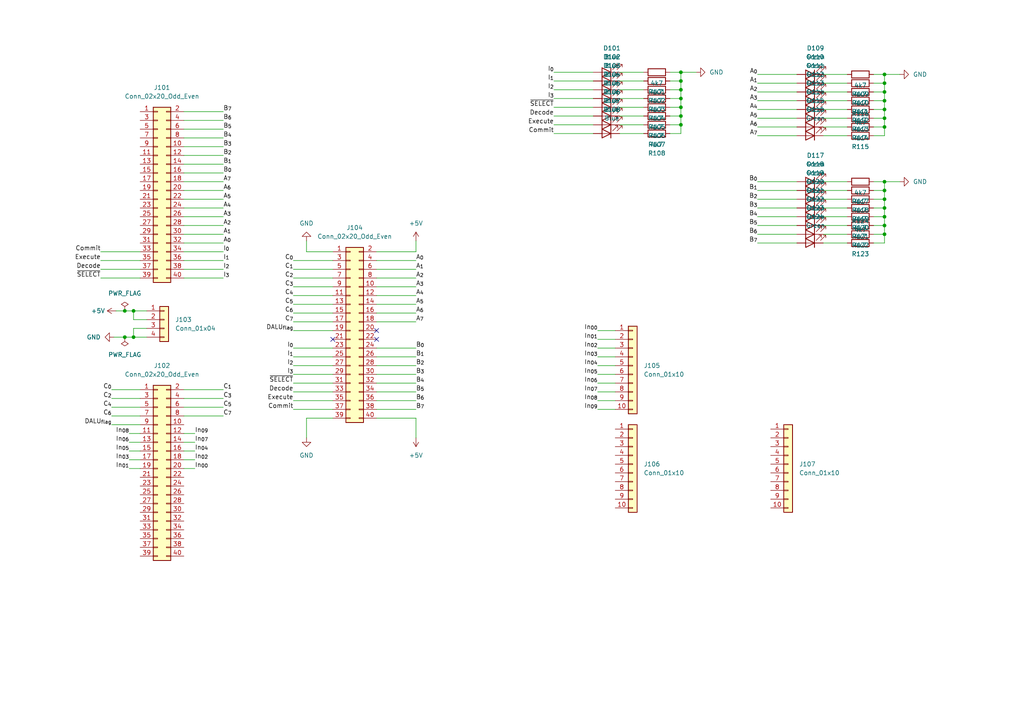
<source format=kicad_sch>
(kicad_sch (version 20211123) (generator eeschema)
  (paper "A4")
  (lib_symbols
    (symbol "Connector_Generic:Conn_01x04" (pin_names (offset 1.016) hide)
      (property "Reference" "J" (at 0 5.08 0))
      (property "Value" "Conn_01x04" (at 0 -7.62 0))
      (symbol "Conn_01x04_1_1"
        (rectangle (start -1.27 -4.953) (end 0 -5.207) (stroke (width 0.1524)))
        (rectangle (start -1.27 -2.413) (end 0 -2.667) (stroke (width 0.1524)))
        (rectangle (start -1.27 0.127) (end 0 -0.127) (stroke (width 0.1524)))
        (rectangle (start -1.27 2.667) (end 0 2.413) (stroke (width 0.1524)))
        (rectangle (start -1.27 3.81) (end 1.27 -6.35) (stroke (width 0.254)) (fill (type background)))
        (pin passive line (at -5.08 2.54 0) (length 3.81) (name "Pin_1") (number "1"))
        (pin passive line (at -5.08 0 0) (length 3.81) (name "Pin_2") (number "2"))
        (pin passive line (at -5.08 -2.54 0) (length 3.81) (name "Pin_3") (number "3"))
        (pin passive line (at -5.08 -5.08 0) (length 3.81) (name "Pin_4") (number "4"))
      )
    )
    (symbol "Connector_Generic:Conn_01x10" (pin_names (offset 1.016) hide)
      (property "Reference" "J" (at 0 12.7 0))
      (property "Value" "Conn_01x10" (at 0 -15.24 0))
      (symbol "Conn_01x10_1_1"
        (rectangle (start -1.27 -12.573) (end 0 -12.827) (stroke (width 0.1524)))
        (rectangle (start -1.27 -10.033) (end 0 -10.287) (stroke (width 0.1524)))
        (rectangle (start -1.27 -7.493) (end 0 -7.747) (stroke (width 0.1524)))
        (rectangle (start -1.27 -4.953) (end 0 -5.207) (stroke (width 0.1524)))
        (rectangle (start -1.27 -2.413) (end 0 -2.667) (stroke (width 0.1524)))
        (rectangle (start -1.27 0.127) (end 0 -0.127) (stroke (width 0.1524)))
        (rectangle (start -1.27 2.667) (end 0 2.413) (stroke (width 0.1524)))
        (rectangle (start -1.27 5.207) (end 0 4.953) (stroke (width 0.1524)))
        (rectangle (start -1.27 7.747) (end 0 7.493) (stroke (width 0.1524)))
        (rectangle (start -1.27 10.287) (end 0 10.033) (stroke (width 0.1524)))
        (rectangle (start -1.27 11.43) (end 1.27 -13.97) (stroke (width 0.254)) (fill (type background)))
        (pin passive line (at -5.08 10.16 0) (length 3.81) (name "Pin_1") (number "1"))
        (pin passive line (at -5.08 -12.7 0) (length 3.81) (name "Pin_10") (number "10"))
        (pin passive line (at -5.08 7.62 0) (length 3.81) (name "Pin_2") (number "2"))
        (pin passive line (at -5.08 5.08 0) (length 3.81) (name "Pin_3") (number "3"))
        (pin passive line (at -5.08 2.54 0) (length 3.81) (name "Pin_4") (number "4"))
        (pin passive line (at -5.08 0 0) (length 3.81) (name "Pin_5") (number "5"))
        (pin passive line (at -5.08 -2.54 0) (length 3.81) (name "Pin_6") (number "6"))
        (pin passive line (at -5.08 -5.08 0) (length 3.81) (name "Pin_7") (number "7"))
        (pin passive line (at -5.08 -7.62 0) (length 3.81) (name "Pin_8") (number "8"))
        (pin passive line (at -5.08 -10.16 0) (length 3.81) (name "Pin_9") (number "9"))
      )
    )
    (symbol "Connector_Generic:Conn_02x20_Odd_Even" (pin_names (offset 1.016) hide)
      (property "Reference" "J" (at 1.27 25.4 0))
      (property "Value" "Conn_02x20_Odd_Even" (at 1.27 -27.94 0))
      (symbol "Conn_02x20_Odd_Even_1_1"
        (rectangle (start -1.27 -25.273) (end 0 -25.527) (stroke (width 0.1524)))
        (rectangle (start -1.27 -22.733) (end 0 -22.987) (stroke (width 0.1524)))
        (rectangle (start -1.27 -20.193) (end 0 -20.447) (stroke (width 0.1524)))
        (rectangle (start -1.27 -17.653) (end 0 -17.907) (stroke (width 0.1524)))
        (rectangle (start -1.27 -15.113) (end 0 -15.367) (stroke (width 0.1524)))
        (rectangle (start -1.27 -12.573) (end 0 -12.827) (stroke (width 0.1524)))
        (rectangle (start -1.27 -10.033) (end 0 -10.287) (stroke (width 0.1524)))
        (rectangle (start -1.27 -7.493) (end 0 -7.747) (stroke (width 0.1524)))
        (rectangle (start -1.27 -4.953) (end 0 -5.207) (stroke (width 0.1524)))
        (rectangle (start -1.27 -2.413) (end 0 -2.667) (stroke (width 0.1524)))
        (rectangle (start -1.27 0.127) (end 0 -0.127) (stroke (width 0.1524)))
        (rectangle (start -1.27 2.667) (end 0 2.413) (stroke (width 0.1524)))
        (rectangle (start -1.27 5.207) (end 0 4.953) (stroke (width 0.1524)))
        (rectangle (start -1.27 7.747) (end 0 7.493) (stroke (width 0.1524)))
        (rectangle (start -1.27 10.287) (end 0 10.033) (stroke (width 0.1524)))
        (rectangle (start -1.27 12.827) (end 0 12.573) (stroke (width 0.1524)))
        (rectangle (start -1.27 15.367) (end 0 15.113) (stroke (width 0.1524)))
        (rectangle (start -1.27 17.907) (end 0 17.653) (stroke (width 0.1524)))
        (rectangle (start -1.27 20.447) (end 0 20.193) (stroke (width 0.1524)))
        (rectangle (start -1.27 22.987) (end 0 22.733) (stroke (width 0.1524)))
        (rectangle (start -1.27 24.13) (end 3.81 -26.67) (stroke (width 0.254)) (fill (type background)))
        (rectangle (start 3.81 -25.273) (end 2.54 -25.527) (stroke (width 0.1524)))
        (rectangle (start 3.81 -22.733) (end 2.54 -22.987) (stroke (width 0.1524)))
        (rectangle (start 3.81 -20.193) (end 2.54 -20.447) (stroke (width 0.1524)))
        (rectangle (start 3.81 -17.653) (end 2.54 -17.907) (stroke (width 0.1524)))
        (rectangle (start 3.81 -15.113) (end 2.54 -15.367) (stroke (width 0.1524)))
        (rectangle (start 3.81 -12.573) (end 2.54 -12.827) (stroke (width 0.1524)))
        (rectangle (start 3.81 -10.033) (end 2.54 -10.287) (stroke (width 0.1524)))
        (rectangle (start 3.81 -7.493) (end 2.54 -7.747) (stroke (width 0.1524)))
        (rectangle (start 3.81 -4.953) (end 2.54 -5.207) (stroke (width 0.1524)))
        (rectangle (start 3.81 -2.413) (end 2.54 -2.667) (stroke (width 0.1524)))
        (rectangle (start 3.81 0.127) (end 2.54 -0.127) (stroke (width 0.1524)))
        (rectangle (start 3.81 2.667) (end 2.54 2.413) (stroke (width 0.1524)))
        (rectangle (start 3.81 5.207) (end 2.54 4.953) (stroke (width 0.1524)))
        (rectangle (start 3.81 7.747) (end 2.54 7.493) (stroke (width 0.1524)))
        (rectangle (start 3.81 10.287) (end 2.54 10.033) (stroke (width 0.1524)))
        (rectangle (start 3.81 12.827) (end 2.54 12.573) (stroke (width 0.1524)))
        (rectangle (start 3.81 15.367) (end 2.54 15.113) (stroke (width 0.1524)))
        (rectangle (start 3.81 17.907) (end 2.54 17.653) (stroke (width 0.1524)))
        (rectangle (start 3.81 20.447) (end 2.54 20.193) (stroke (width 0.1524)))
        (rectangle (start 3.81 22.987) (end 2.54 22.733) (stroke (width 0.1524)))
        (pin passive line (at -5.08 22.86 0) (length 3.81) (name "Pin_1") (number "1"))
        (pin passive line (at 7.62 12.7 180) (length 3.81) (name "Pin_10") (number "10"))
        (pin passive line (at -5.08 10.16 0) (length 3.81) (name "Pin_11") (number "11"))
        (pin passive line (at 7.62 10.16 180) (length 3.81) (name "Pin_12") (number "12"))
        (pin passive line (at -5.08 7.62 0) (length 3.81) (name "Pin_13") (number "13"))
        (pin passive line (at 7.62 7.62 180) (length 3.81) (name "Pin_14") (number "14"))
        (pin passive line (at -5.08 5.08 0) (length 3.81) (name "Pin_15") (number "15"))
        (pin passive line (at 7.62 5.08 180) (length 3.81) (name "Pin_16") (number "16"))
        (pin passive line (at -5.08 2.54 0) (length 3.81) (name "Pin_17") (number "17"))
        (pin passive line (at 7.62 2.54 180) (length 3.81) (name "Pin_18") (number "18"))
        (pin passive line (at -5.08 0 0) (length 3.81) (name "Pin_19") (number "19"))
        (pin passive line (at 7.62 22.86 180) (length 3.81) (name "Pin_2") (number "2"))
        (pin passive line (at 7.62 0 180) (length 3.81) (name "Pin_20") (number "20"))
        (pin passive line (at -5.08 -2.54 0) (length 3.81) (name "Pin_21") (number "21"))
        (pin passive line (at 7.62 -2.54 180) (length 3.81) (name "Pin_22") (number "22"))
        (pin passive line (at -5.08 -5.08 0) (length 3.81) (name "Pin_23") (number "23"))
        (pin passive line (at 7.62 -5.08 180) (length 3.81) (name "Pin_24") (number "24"))
        (pin passive line (at -5.08 -7.62 0) (length 3.81) (name "Pin_25") (number "25"))
        (pin passive line (at 7.62 -7.62 180) (length 3.81) (name "Pin_26") (number "26"))
        (pin passive line (at -5.08 -10.16 0) (length 3.81) (name "Pin_27") (number "27"))
        (pin passive line (at 7.62 -10.16 180) (length 3.81) (name "Pin_28") (number "28"))
        (pin passive line (at -5.08 -12.7 0) (length 3.81) (name "Pin_29") (number "29"))
        (pin passive line (at -5.08 20.32 0) (length 3.81) (name "Pin_3") (number "3"))
        (pin passive line (at 7.62 -12.7 180) (length 3.81) (name "Pin_30") (number "30"))
        (pin passive line (at -5.08 -15.24 0) (length 3.81) (name "Pin_31") (number "31"))
        (pin passive line (at 7.62 -15.24 180) (length 3.81) (name "Pin_32") (number "32"))
        (pin passive line (at -5.08 -17.78 0) (length 3.81) (name "Pin_33") (number "33"))
        (pin passive line (at 7.62 -17.78 180) (length 3.81) (name "Pin_34") (number "34"))
        (pin passive line (at -5.08 -20.32 0) (length 3.81) (name "Pin_35") (number "35"))
        (pin passive line (at 7.62 -20.32 180) (length 3.81) (name "Pin_36") (number "36"))
        (pin passive line (at -5.08 -22.86 0) (length 3.81) (name "Pin_37") (number "37"))
        (pin passive line (at 7.62 -22.86 180) (length 3.81) (name "Pin_38") (number "38"))
        (pin passive line (at -5.08 -25.4 0) (length 3.81) (name "Pin_39") (number "39"))
        (pin passive line (at 7.62 20.32 180) (length 3.81) (name "Pin_4") (number "4"))
        (pin passive line (at 7.62 -25.4 180) (length 3.81) (name "Pin_40") (number "40"))
        (pin passive line (at -5.08 17.78 0) (length 3.81) (name "Pin_5") (number "5"))
        (pin passive line (at 7.62 17.78 180) (length 3.81) (name "Pin_6") (number "6"))
        (pin passive line (at -5.08 15.24 0) (length 3.81) (name "Pin_7") (number "7"))
        (pin passive line (at 7.62 15.24 180) (length 3.81) (name "Pin_8") (number "8"))
        (pin passive line (at -5.08 12.7 0) (length 3.81) (name "Pin_9") (number "9"))
      )
    )
    (symbol "Device:LED" (pin_numbers hide) (pin_names (offset 1.016) hide)
      (property "Reference" "D" (at 0 2.54 0))
      (property "Value" "LED" (at 0 -2.54 0))
      (symbol "LED_0_1"
        (polyline (pts (xy -1.27 -1.27) (xy -1.27 1.27)) (stroke (width 0.254)))
        (polyline (pts (xy -1.27 0) (xy 1.27 0)))
        (polyline (pts (xy 1.27 -1.27) (xy 1.27 1.27) (xy -1.27 0) (xy 1.27 -1.27)) (stroke (width 0.254)))
        (polyline (pts (xy -3.048 -0.762) (xy -4.572 -2.286) (xy -3.81 -2.286) (xy -4.572 -2.286) (xy -4.572 -1.524)))
        (polyline (pts (xy -1.778 -0.762) (xy -3.302 -2.286) (xy -2.54 -2.286) (xy -3.302 -2.286) (xy -3.302 -1.524)))
      )
      (symbol "LED_1_1"
        (pin passive line (at -3.81 0 0) (length 2.54) (name "K") (number "1"))
        (pin passive line (at 3.81 0 180) (length 2.54) (name "A") (number "2"))
      )
    )
    (symbol "Device:R" (pin_numbers hide) (pin_names (offset 0))
      (property "Reference" "R" (at 2.032 0 90))
      (property "Value" "R" (at 0 0 90))
      (symbol "R_0_1"
        (rectangle (start -1.016 -2.54) (end 1.016 2.54) (stroke (width 0.254)))
      )
      (symbol "R_1_1"
        (pin passive line (at 0 3.81 270) (length 1.27) (name "~") (number "1"))
        (pin passive line (at 0 -3.81 90) (length 1.27) (name "~") (number "2"))
      )
    )
    (symbol "power:+5V" (power) (pin_names (offset 0))
      (property "Value" "+5V" (at 0 3.556 0))
      (symbol "+5V_0_1"
        (polyline (pts (xy -0.762 1.27) (xy 0 2.54)))
        (polyline (pts (xy 0 0) (xy 0 2.54)))
        (polyline (pts (xy 0 2.54) (xy 0.762 1.27)))
      )
      (symbol "+5V_1_1"
        (pin power_in line (at 0 0 90) (length 0) hide (name "+5V") (number "1"))
      )
    )
    (symbol "power:GND" (power) (pin_names (offset 0))
      (property "Value" "GND" (at 0 -3.81 0))
      (symbol "GND_0_1"
        (polyline (pts (xy 0 0) (xy 0 -1.27) (xy 1.27 -1.27) (xy 0 -2.54) (xy -1.27 -1.27) (xy 0 -1.27)))
      )
      (symbol "GND_1_1"
        (pin power_in line (at 0 0 270) (length 0) hide (name "GND") (number "1"))
      )
    )
    (symbol "power:PWR_FLAG" (power) (pin_numbers hide) (pin_names (offset 0) hide)
      (property "Value" "PWR_FLAG" (at 0 3.81 0))
      (symbol "PWR_FLAG_0_0"
        (pin power_out line (at 0 0 90) (length 0) (name "pwr") (number "1"))
      )
      (symbol "PWR_FLAG_0_1"
        (polyline (pts (xy 0 0) (xy 0 1.27) (xy -1.016 1.905) (xy 0 2.54) (xy 1.016 1.905) (xy 0 1.27)))
      )
    )
  )
  (junction (at 197.485 36.195))
  (junction (at 256.54 26.67))
  (junction (at 197.485 33.655))
  (junction (at 197.485 23.495))
  (junction (at 256.54 67.945))
  (junction (at 256.54 65.405))
  (junction (at 256.54 34.29))
  (junction (at 256.54 60.325))
  (junction (at 38.735 90.17))
  (junction (at 256.54 24.13))
  (junction (at 197.485 20.955))
  (junction (at 36.195 90.17))
  (junction (at 197.485 28.575))
  (junction (at 256.54 29.21))
  (junction (at 256.54 62.865))
  (junction (at 256.54 52.705))
  (junction (at 36.195 97.79))
  (junction (at 256.54 21.59))
  (junction (at 197.485 31.115))
  (junction (at 256.54 57.785))
  (junction (at 256.54 36.83))
  (junction (at 256.54 55.245))
  (junction (at 197.485 26.035))
  (junction (at 38.735 97.79))
  (junction (at 256.54 31.75))
  (no_connect (at 96.52 98.425))
  (no_connect (at 109.22 98.425))
  (no_connect (at 109.22 95.885))
  (wire (pts (xy 173.355 100.965) (xy 178.435 100.965)))
  (wire (pts (xy 37.465 130.81) (xy 40.64 130.81)))
  (wire (pts (xy 40.64 73.025) (xy 29.21 73.025)))
  (wire (pts (xy 32.385 115.57) (xy 40.64 115.57)))
  (wire (pts (xy 96.52 111.125) (xy 85.09 111.125)))
  (wire (pts (xy 109.22 93.345) (xy 120.65 93.345)))
  (wire (pts (xy 53.34 47.625) (xy 64.77 47.625)))
  (wire (pts (xy 53.34 65.405) (xy 64.77 65.405)))
  (wire (pts (xy 96.52 93.345) (xy 85.09 93.345)))
  (wire (pts (xy 256.54 29.21) (xy 256.54 26.67)))
  (wire (pts (xy 172.085 26.035) (xy 160.655 26.035)))
  (wire (pts (xy 32.385 123.19) (xy 40.64 123.19)))
  (wire (pts (xy 256.54 26.67) (xy 256.54 24.13)))
  (wire (pts (xy 109.22 78.105) (xy 120.65 78.105)))
  (wire (pts (xy 194.31 38.735) (xy 197.485 38.735)))
  (wire (pts (xy 33.02 97.79) (xy 36.195 97.79)))
  (wire (pts (xy 53.34 50.165) (xy 64.77 50.165)))
  (wire (pts (xy 53.34 67.945) (xy 64.77 67.945)))
  (wire (pts (xy 53.34 133.35) (xy 56.515 133.35)))
  (wire (pts (xy 238.76 29.21) (xy 245.745 29.21)))
  (wire (pts (xy 179.705 20.955) (xy 186.69 20.955)))
  (wire (pts (xy 253.365 31.75) (xy 256.54 31.75)))
  (wire (pts (xy 96.52 75.565) (xy 85.09 75.565)))
  (wire (pts (xy 231.14 67.945) (xy 219.71 67.945)))
  (wire (pts (xy 194.31 20.955) (xy 197.485 20.955)))
  (wire (pts (xy 256.54 62.865) (xy 256.54 60.325)))
  (wire (pts (xy 109.22 100.965) (xy 120.65 100.965)))
  (wire (pts (xy 179.705 33.655) (xy 186.69 33.655)))
  (wire (pts (xy 179.705 28.575) (xy 186.69 28.575)))
  (wire (pts (xy 53.34 55.245) (xy 64.77 55.245)))
  (wire (pts (xy 231.14 65.405) (xy 219.71 65.405)))
  (wire (pts (xy 172.085 23.495) (xy 160.655 23.495)))
  (wire (pts (xy 109.22 73.025) (xy 120.65 73.025)))
  (wire (pts (xy 253.365 65.405) (xy 256.54 65.405)))
  (wire (pts (xy 253.365 36.83) (xy 256.54 36.83)))
  (wire (pts (xy 253.365 26.67) (xy 256.54 26.67)))
  (wire (pts (xy 179.705 26.035) (xy 186.69 26.035)))
  (wire (pts (xy 238.76 62.865) (xy 245.745 62.865)))
  (wire (pts (xy 231.14 36.83) (xy 219.71 36.83)))
  (wire (pts (xy 33.655 90.17) (xy 36.195 90.17)))
  (wire (pts (xy 109.22 85.725) (xy 120.65 85.725)))
  (wire (pts (xy 172.085 38.735) (xy 160.655 38.735)))
  (wire (pts (xy 231.14 31.75) (xy 219.71 31.75)))
  (wire (pts (xy 253.365 70.485) (xy 256.54 70.485)))
  (wire (pts (xy 256.54 55.245) (xy 256.54 52.705)))
  (wire (pts (xy 197.485 31.115) (xy 197.485 28.575)))
  (wire (pts (xy 231.14 26.67) (xy 219.71 26.67)))
  (wire (pts (xy 40.64 75.565) (xy 29.21 75.565)))
  (wire (pts (xy 194.31 23.495) (xy 197.485 23.495)))
  (wire (pts (xy 231.14 34.29) (xy 219.71 34.29)))
  (wire (pts (xy 253.365 60.325) (xy 256.54 60.325)))
  (wire (pts (xy 53.34 37.465) (xy 64.77 37.465)))
  (wire (pts (xy 109.22 111.125) (xy 120.65 111.125)))
  (wire (pts (xy 253.365 57.785) (xy 256.54 57.785)))
  (wire (pts (xy 53.34 113.03) (xy 64.77 113.03)))
  (wire (pts (xy 194.31 33.655) (xy 197.485 33.655)))
  (wire (pts (xy 96.52 78.105) (xy 85.09 78.105)))
  (wire (pts (xy 173.355 118.745) (xy 178.435 118.745)))
  (wire (pts (xy 238.76 57.785) (xy 245.745 57.785)))
  (wire (pts (xy 38.735 92.71) (xy 38.735 90.17)))
  (wire (pts (xy 256.54 39.37) (xy 256.54 36.83)))
  (wire (pts (xy 253.365 62.865) (xy 256.54 62.865)))
  (wire (pts (xy 179.705 23.495) (xy 186.69 23.495)))
  (wire (pts (xy 53.34 62.865) (xy 64.77 62.865)))
  (wire (pts (xy 109.22 83.185) (xy 120.65 83.185)))
  (wire (pts (xy 53.34 135.89) (xy 56.515 135.89)))
  (wire (pts (xy 238.76 31.75) (xy 245.745 31.75)))
  (wire (pts (xy 109.22 106.045) (xy 120.65 106.045)))
  (wire (pts (xy 36.195 97.79) (xy 38.735 97.79)))
  (wire (pts (xy 53.34 73.025) (xy 64.77 73.025)))
  (wire (pts (xy 173.355 98.425) (xy 178.435 98.425)))
  (wire (pts (xy 253.365 39.37) (xy 256.54 39.37)))
  (wire (pts (xy 53.34 78.105) (xy 64.77 78.105)))
  (wire (pts (xy 256.54 70.485) (xy 256.54 67.945)))
  (wire (pts (xy 173.355 111.125) (xy 178.435 111.125)))
  (wire (pts (xy 238.76 26.67) (xy 245.745 26.67)))
  (wire (pts (xy 96.52 108.585) (xy 85.09 108.585)))
  (wire (pts (xy 253.365 67.945) (xy 256.54 67.945)))
  (wire (pts (xy 179.705 31.115) (xy 186.69 31.115)))
  (wire (pts (xy 96.52 80.645) (xy 85.09 80.645)))
  (wire (pts (xy 53.34 45.085) (xy 64.77 45.085)))
  (wire (pts (xy 253.365 21.59) (xy 256.54 21.59)))
  (wire (pts (xy 231.14 55.245) (xy 219.71 55.245)))
  (wire (pts (xy 120.65 73.025) (xy 120.65 69.85)))
  (wire (pts (xy 32.385 113.03) (xy 40.64 113.03)))
  (wire (pts (xy 120.65 121.285) (xy 120.65 127)))
  (wire (pts (xy 231.14 21.59) (xy 219.71 21.59)))
  (wire (pts (xy 53.34 34.925) (xy 64.77 34.925)))
  (wire (pts (xy 53.34 75.565) (xy 64.77 75.565)))
  (wire (pts (xy 256.54 24.13) (xy 256.54 21.59)))
  (wire (pts (xy 256.54 21.59) (xy 260.985 21.59)))
  (wire (pts (xy 172.085 20.955) (xy 160.655 20.955)))
  (wire (pts (xy 85.09 95.885) (xy 96.52 95.885)))
  (wire (pts (xy 194.31 31.115) (xy 197.485 31.115)))
  (wire (pts (xy 37.465 128.27) (xy 40.64 128.27)))
  (wire (pts (xy 172.085 28.575) (xy 160.655 28.575)))
  (wire (pts (xy 194.31 26.035) (xy 197.485 26.035)))
  (wire (pts (xy 256.54 36.83) (xy 256.54 34.29)))
  (wire (pts (xy 197.485 38.735) (xy 197.485 36.195)))
  (wire (pts (xy 53.34 42.545) (xy 64.77 42.545)))
  (wire (pts (xy 53.34 32.385) (xy 64.77 32.385)))
  (wire (pts (xy 32.385 120.65) (xy 40.64 120.65)))
  (wire (pts (xy 53.34 128.27) (xy 56.515 128.27)))
  (wire (pts (xy 37.465 133.35) (xy 40.64 133.35)))
  (wire (pts (xy 109.22 118.745) (xy 120.65 118.745)))
  (wire (pts (xy 256.54 52.705) (xy 260.985 52.705)))
  (wire (pts (xy 194.31 28.575) (xy 197.485 28.575)))
  (wire (pts (xy 256.54 60.325) (xy 256.54 57.785)))
  (wire (pts (xy 38.735 97.79) (xy 42.545 97.79)))
  (wire (pts (xy 38.735 90.17) (xy 42.545 90.17)))
  (wire (pts (xy 96.52 103.505) (xy 85.09 103.505)))
  (wire (pts (xy 231.14 57.785) (xy 219.71 57.785)))
  (wire (pts (xy 53.34 115.57) (xy 64.77 115.57)))
  (wire (pts (xy 179.705 38.735) (xy 186.69 38.735)))
  (wire (pts (xy 172.085 31.115) (xy 160.655 31.115)))
  (wire (pts (xy 256.54 34.29) (xy 256.54 31.75)))
  (wire (pts (xy 42.545 92.71) (xy 38.735 92.71)))
  (wire (pts (xy 96.52 88.265) (xy 85.09 88.265)))
  (wire (pts (xy 109.22 75.565) (xy 120.65 75.565)))
  (wire (pts (xy 53.34 120.65) (xy 64.77 120.65)))
  (wire (pts (xy 109.22 90.805) (xy 120.65 90.805)))
  (wire (pts (xy 238.76 52.705) (xy 245.745 52.705)))
  (wire (pts (xy 109.22 121.285) (xy 120.65 121.285)))
  (wire (pts (xy 253.365 52.705) (xy 256.54 52.705)))
  (wire (pts (xy 238.76 24.13) (xy 245.745 24.13)))
  (wire (pts (xy 109.22 116.205) (xy 120.65 116.205)))
  (wire (pts (xy 53.34 70.485) (xy 64.77 70.485)))
  (wire (pts (xy 96.52 83.185) (xy 85.09 83.185)))
  (wire (pts (xy 256.54 65.405) (xy 256.54 62.865)))
  (wire (pts (xy 37.465 125.73) (xy 40.64 125.73)))
  (wire (pts (xy 109.22 108.585) (xy 120.65 108.585)))
  (wire (pts (xy 231.14 39.37) (xy 219.71 39.37)))
  (wire (pts (xy 238.76 55.245) (xy 245.745 55.245)))
  (wire (pts (xy 173.355 95.885) (xy 178.435 95.885)))
  (wire (pts (xy 231.14 62.865) (xy 219.71 62.865)))
  (wire (pts (xy 53.34 118.11) (xy 64.77 118.11)))
  (wire (pts (xy 96.52 113.665) (xy 85.09 113.665)))
  (wire (pts (xy 172.085 36.195) (xy 160.655 36.195)))
  (wire (pts (xy 253.365 34.29) (xy 256.54 34.29)))
  (wire (pts (xy 53.34 57.785) (xy 64.77 57.785)))
  (wire (pts (xy 194.31 36.195) (xy 197.485 36.195)))
  (wire (pts (xy 172.085 33.655) (xy 160.655 33.655)))
  (wire (pts (xy 238.76 21.59) (xy 245.745 21.59)))
  (wire (pts (xy 173.355 108.585) (xy 178.435 108.585)))
  (wire (pts (xy 179.705 36.195) (xy 186.69 36.195)))
  (wire (pts (xy 197.485 26.035) (xy 197.485 23.495)))
  (wire (pts (xy 197.485 28.575) (xy 197.485 26.035)))
  (wire (pts (xy 173.355 116.205) (xy 178.435 116.205)))
  (wire (pts (xy 231.14 24.13) (xy 219.71 24.13)))
  (wire (pts (xy 238.76 39.37) (xy 245.745 39.37)))
  (wire (pts (xy 36.195 90.17) (xy 38.735 90.17)))
  (wire (pts (xy 32.385 118.11) (xy 40.64 118.11)))
  (wire (pts (xy 197.485 20.955) (xy 201.93 20.955)))
  (wire (pts (xy 253.365 55.245) (xy 256.54 55.245)))
  (wire (pts (xy 88.9 121.285) (xy 96.52 121.285)))
  (wire (pts (xy 238.76 36.83) (xy 245.745 36.83)))
  (wire (pts (xy 88.9 73.025) (xy 96.52 73.025)))
  (wire (pts (xy 88.9 127) (xy 88.9 121.285)))
  (wire (pts (xy 238.76 67.945) (xy 245.745 67.945)))
  (wire (pts (xy 231.14 70.485) (xy 219.71 70.485)))
  (wire (pts (xy 40.64 78.105) (xy 29.21 78.105)))
  (wire (pts (xy 197.485 23.495) (xy 197.485 20.955)))
  (wire (pts (xy 109.22 103.505) (xy 120.65 103.505)))
  (wire (pts (xy 173.355 106.045) (xy 178.435 106.045)))
  (wire (pts (xy 238.76 65.405) (xy 245.745 65.405)))
  (wire (pts (xy 53.34 60.325) (xy 64.77 60.325)))
  (wire (pts (xy 256.54 31.75) (xy 256.54 29.21)))
  (wire (pts (xy 42.545 95.25) (xy 38.735 95.25)))
  (wire (pts (xy 88.9 69.85) (xy 88.9 73.025)))
  (wire (pts (xy 96.52 90.805) (xy 85.09 90.805)))
  (wire (pts (xy 238.76 60.325) (xy 245.745 60.325)))
  (wire (pts (xy 197.485 33.655) (xy 197.485 31.115)))
  (wire (pts (xy 109.22 113.665) (xy 120.65 113.665)))
  (wire (pts (xy 53.34 40.005) (xy 64.77 40.005)))
  (wire (pts (xy 96.52 116.205) (xy 85.09 116.205)))
  (wire (pts (xy 53.34 80.645) (xy 64.77 80.645)))
  (wire (pts (xy 173.355 113.665) (xy 178.435 113.665)))
  (wire (pts (xy 40.64 80.645) (xy 29.21 80.645)))
  (wire (pts (xy 253.365 24.13) (xy 256.54 24.13)))
  (wire (pts (xy 253.365 29.21) (xy 256.54 29.21)))
  (wire (pts (xy 231.14 52.705) (xy 219.71 52.705)))
  (wire (pts (xy 173.355 103.505) (xy 178.435 103.505)))
  (wire (pts (xy 231.14 60.325) (xy 219.71 60.325)))
  (wire (pts (xy 197.485 36.195) (xy 197.485 33.655)))
  (wire (pts (xy 256.54 57.785) (xy 256.54 55.245)))
  (wire (pts (xy 53.34 125.73) (xy 56.515 125.73)))
  (wire (pts (xy 109.22 88.265) (xy 120.65 88.265)))
  (wire (pts (xy 238.76 70.485) (xy 245.745 70.485)))
  (wire (pts (xy 256.54 67.945) (xy 256.54 65.405)))
  (wire (pts (xy 53.34 52.705) (xy 64.77 52.705)))
  (wire (pts (xy 38.735 95.25) (xy 38.735 97.79)))
  (wire (pts (xy 96.52 100.965) (xy 85.09 100.965)))
  (wire (pts (xy 238.76 34.29) (xy 245.745 34.29)))
  (wire (pts (xy 37.465 135.89) (xy 40.64 135.89)))
  (wire (pts (xy 53.34 130.81) (xy 56.515 130.81)))
  (wire (pts (xy 231.14 29.21) (xy 219.71 29.21)))
  (wire (pts (xy 96.52 106.045) (xy 85.09 106.045)))
  (wire (pts (xy 96.52 118.745) (xy 85.09 118.745)))
  (wire (pts (xy 96.52 85.725) (xy 85.09 85.725)))
  (wire (pts (xy 109.22 80.645) (xy 120.65 80.645)))
  (label "C_{0}" (at 32.385 113.03 180))
  (label "B_{4}" (at 219.71 62.865 180))
  (label "A_{4}" (at 120.65 85.725 0))
  (label "C_{1}" (at 64.77 113.03 0))
  (label "Decode" (at 85.09 113.665 180))
  (label "Commit" (at 29.21 73.025 180))
  (label "I_{0}" (at 64.77 73.025 0))
  (label "A_{5}" (at 64.77 57.785 0))
  (label "C_{3}" (at 85.09 83.185 180))
  (label "C_{5}" (at 64.77 118.11 0))
  (label "In_{06}" (at 173.355 111.125 180))
  (label "B_{1}" (at 219.71 55.245 180))
  (label "B_{0}" (at 219.71 52.705 180))
  (label "B_{5}" (at 219.71 65.405 180))
  (label "In_{09}" (at 173.355 118.745 180))
  (label "C_{6}" (at 85.09 90.805 180))
  (label "In_{08}" (at 173.355 116.205 180))
  (label "B_{0}" (at 64.77 50.165 0))
  (label "A_{7}" (at 64.77 52.705 0))
  (label "I_{3}" (at 160.655 28.575 180))
  (label "B_{6}" (at 219.71 67.945 180))
  (label "B_{5}" (at 120.65 113.665 0))
  (label "Commit" (at 85.09 118.745 180))
  (label "In_{04}" (at 56.515 130.81 0))
  (label "A_{7}" (at 120.65 93.345 0))
  (label "A_{3}" (at 64.77 62.865 0))
  (label "A_{2}" (at 120.65 80.645 0))
  (label "C_{2}" (at 85.09 80.645 180))
  (label "C_{6}" (at 32.385 120.65 180))
  (label "I_{2}" (at 64.77 78.105 0))
  (label "A_{0}" (at 219.71 21.59 180))
  (label "C_{7}" (at 85.09 93.345 180))
  (label "A_{1}" (at 64.77 67.945 0))
  (label "In_{00}" (at 173.355 95.885 180))
  (label "Commit" (at 160.655 38.735 180))
  (label "A_{5}" (at 120.65 88.265 0))
  (label "In_{01}" (at 37.465 135.89 180))
  (label "In_{05}" (at 37.465 130.81 180))
  (label "B_{5}" (at 64.77 37.465 0))
  (label "B_{6}" (at 120.65 116.205 0))
  (label "A_{1}" (at 219.71 24.13 180))
  (label "In_{07}" (at 173.355 113.665 180))
  (label "In_{09}" (at 56.515 125.73 0))
  (label "B_{0}" (at 120.65 100.965 0))
  (label "C_{7}" (at 64.77 120.65 0))
  (label "B_{3}" (at 219.71 60.325 180))
  (label "A_{1}" (at 120.65 78.105 0))
  (label "B_{2}" (at 219.71 57.785 180))
  (label "B_{7}" (at 219.71 70.485 180))
  (label "C_{1}" (at 85.09 78.105 180))
  (label "B_{4}" (at 120.65 111.125 0))
  (label "In_{06}" (at 37.465 128.27 180))
  (label "I_{2}" (at 160.655 26.035 180))
  (label "B_{7}" (at 120.65 118.745 0))
  (label "B_{7}" (at 64.77 32.385 0))
  (label "I_{3}" (at 85.09 108.585 180))
  (label "A_{5}" (at 219.71 34.29 180))
  (label "In_{03}" (at 173.355 103.505 180))
  (label "I_{2}" (at 85.09 106.045 180))
  (label "I_{1}" (at 64.77 75.565 0))
  (label "Execute" (at 85.09 116.205 180))
  (label "I_{1}" (at 85.09 103.505 180))
  (label "In_{04}" (at 173.355 106.045 180))
  (label "DALU_{flag}" (at 85.09 95.885 180))
  (label "C_{4}" (at 32.385 118.11 180))
  (label "B_{6}" (at 64.77 34.925 0))
  (label "~{SELECT}" (at 160.655 31.115 180))
  (label "~{SELECT}" (at 29.21 80.645 180))
  (label "I_{0}" (at 160.655 20.955 180))
  (label "Execute" (at 160.655 36.195 180))
  (label "In_{02}" (at 56.515 133.35 0))
  (label "A_{6}" (at 64.77 55.245 0))
  (label "I_{3}" (at 64.77 80.645 0))
  (label "A_{2}" (at 219.71 26.67 180))
  (label "A_{4}" (at 64.77 60.325 0))
  (label "In_{01}" (at 173.355 98.425 180))
  (label "In_{05}" (at 173.355 108.585 180))
  (label "In_{07}" (at 56.515 128.27 0))
  (label "C_{4}" (at 85.09 85.725 180))
  (label "In_{00}" (at 56.515 135.89 0))
  (label "In_{08}" (at 37.465 125.73 180))
  (label "A_{6}" (at 120.65 90.805 0))
  (label "C_{5}" (at 85.09 88.265 180))
  (label "I_{0}" (at 85.09 100.965 180))
  (label "In_{02}" (at 173.355 100.965 180))
  (label "C_{3}" (at 64.77 115.57 0))
  (label "Decode" (at 29.21 78.105 180))
  (label "C_{0}" (at 85.09 75.565 180))
  (label "B_{2}" (at 120.65 106.045 0))
  (label "In_{03}" (at 37.465 133.35 180))
  (label "B_{1}" (at 64.77 47.625 0))
  (label "A_{3}" (at 120.65 83.185 0))
  (label "A_{3}" (at 219.71 29.21 180))
  (label "B_{1}" (at 120.65 103.505 0))
  (label "B_{3}" (at 120.65 108.585 0))
  (label "B_{4}" (at 64.77 40.005 0))
  (label "A_{6}" (at 219.71 36.83 180))
  (label "B_{2}" (at 64.77 45.085 0))
  (label "A_{0}" (at 64.77 70.485 0))
  (label "A_{0}" (at 120.65 75.565 0))
  (label "A_{4}" (at 219.71 31.75 180))
  (label "~{SELECT}" (at 85.09 111.125 180))
  (label "B_{3}" (at 64.77 42.545 0))
  (label "A_{7}" (at 219.71 39.37 180))
  (label "Execute" (at 29.21 75.565 180))
  (label "A_{2}" (at 64.77 65.405 0))
  (label "I_{1}" (at 160.655 23.495 180))
  (label "Decode" (at 160.655 33.655 180))
  (label "C_{2}" (at 32.385 115.57 180))
  (label "DALU_{flag}" (at 32.385 123.19 180))
  (symbol (lib_id "Device:LED") (at 234.95 29.21 180) (unit 1)
    (property "Reference" "D112" (at 236.5375 21.59 0))
    (property "Value" "Green" (at 236.5375 24.13 0))
    (property "Footprint" "LED_SMD:LED_0603_1608Metric" (effects hide))
    (property "LCSC" "C72043" (effects hide))
  )
  (symbol (lib_id "Connector_Generic:Conn_01x10") (at 183.515 134.62 0) (unit 1)
    (property "Reference" "J106" (at 186.69 134.6199 0) (effects (justify left)))
    (property "Value" "Conn_01x10" (at 186.69 137.1599 0) (effects (justify left)))
    (property "Footprint" "Connector_PinHeader_2.54mm:PinHeader_1x10_P2.54mm_Vertical" (effects hide))
  )
  (symbol (lib_id "Device:R") (at 249.555 62.865 90) (mirror x) (unit 1)
    (property "Reference" "R121" (at 249.555 68.58 90))
    (property "Value" "4k7" (at 249.555 66.04 90))
    (property "Footprint" "Resistor_SMD:R_0603_1608Metric" (effects hide))
    (property "LCSC" "C23162" (effects hide))
  )
  (symbol (lib_id "power:+5V") (at 33.655 90.17 90) (unit 1)
    (property "Reference" "#PWR0102" (effects hide))
    (property "Value" "+5V" (at 30.48 90.1699 90) (effects (justify left)))
  )
  (symbol (lib_id "power:GND") (at 88.9 69.85 180) (unit 1)
    (property "Reference" "#PWR0103" (effects hide))
    (property "Value" "GND" (at 88.9 64.77 0))
  )
  (symbol (lib_id "Device:LED") (at 175.895 36.195 180) (unit 1)
    (property "Reference" "D107" (at 177.4825 29.21 0))
    (property "Value" "Blue" (at 177.4825 31.75 0))
    (property "Footprint" "LED_SMD:LED_0603_1608Metric" (effects hide))
    (property "LCSC" "C72041" (effects hide))
  )
  (symbol (lib_id "Connector_Generic:Conn_02x20_Odd_Even") (at 45.72 135.89 0) (unit 1)
    (property "Reference" "J102" (at 46.99 106.045 0))
    (property "Value" "Conn_02x20_Odd_Even" (at 46.99 108.585 0))
    (property "Footprint" "Connector_PinHeader_2.54mm:PinHeader_2x20_P2.54mm_Vertical" (effects hide))
  )
  (symbol (lib_id "Device:LED") (at 234.95 62.865 180) (unit 1)
    (property "Reference" "D121" (at 236.5375 55.245 0))
    (property "Value" "Green" (at 236.5375 57.785 0))
    (property "Footprint" "LED_SMD:LED_0603_1608Metric" (effects hide))
    (property "LCSC" "C72043" (effects hide))
  )
  (symbol (lib_id "power:PWR_FLAG") (at 36.195 90.17 0) (unit 1)
    (property "Reference" "#FLG0101" (effects hide))
    (property "Value" "PWR_FLAG" (at 36.195 85.09 0))
  )
  (symbol (lib_id "Device:LED") (at 234.95 70.485 180) (unit 1)
    (property "Reference" "D124" (at 236.5375 62.865 0))
    (property "Value" "Green" (at 236.5375 65.405 0))
    (property "Footprint" "LED_SMD:LED_0603_1608Metric" (effects hide))
    (property "LCSC" "C72043" (effects hide))
  )
  (symbol (lib_id "Device:LED") (at 234.95 21.59 180) (unit 1)
    (property "Reference" "D109" (at 236.5375 13.97 0))
    (property "Value" "Green" (at 236.5375 16.51 0))
    (property "Footprint" "LED_SMD:LED_0603_1608Metric" (effects hide))
    (property "LCSC" "C72043" (effects hide))
  )
  (symbol (lib_id "Device:LED") (at 175.895 31.115 180) (unit 1)
    (property "Reference" "D105" (at 177.4825 24.13 0))
    (property "Value" "Blue" (at 177.4825 26.67 0))
    (property "Footprint" "LED_SMD:LED_0603_1608Metric" (effects hide))
    (property "LCSC" "C72041" (effects hide))
  )
  (symbol (lib_id "Device:R") (at 190.5 23.495 270) (unit 1)
    (property "Reference" "R102" (at 190.5 29.21 90))
    (property "Value" "4k7" (at 190.5 26.67 90))
    (property "Footprint" "Resistor_SMD:R_0603_1608Metric" (effects hide))
    (property "LCSC" "C23162" (effects hide))
  )
  (symbol (lib_id "power:GND") (at 201.93 20.955 90) (unit 1)
    (property "Reference" "#PWR0107" (effects hide))
    (property "Value" "GND" (at 205.74 20.9549 90) (effects (justify right)))
  )
  (symbol (lib_id "power:GND") (at 260.985 52.705 90) (unit 1)
    (property "Reference" "#PWR0109" (effects hide))
    (property "Value" "GND" (at 264.795 52.7049 90) (effects (justify right)))
  )
  (symbol (lib_id "Device:R") (at 249.555 60.325 90) (mirror x) (unit 1)
    (property "Reference" "R120" (at 249.555 66.04 90))
    (property "Value" "4k7" (at 249.555 63.5 90))
    (property "Footprint" "Resistor_SMD:R_0603_1608Metric" (effects hide))
    (property "LCSC" "C23162" (effects hide))
  )
  (symbol (lib_id "Device:LED") (at 234.95 26.67 180) (unit 1)
    (property "Reference" "D111" (at 236.5375 19.05 0))
    (property "Value" "Green" (at 236.5375 21.59 0))
    (property "Footprint" "LED_SMD:LED_0603_1608Metric" (effects hide))
    (property "LCSC" "C72043" (effects hide))
  )
  (symbol (lib_id "Device:LED") (at 175.895 38.735 180) (unit 1)
    (property "Reference" "D108" (at 177.4825 31.75 0))
    (property "Value" "Blue" (at 177.4825 34.29 0))
    (property "Footprint" "LED_SMD:LED_0603_1608Metric" (effects hide))
    (property "LCSC" "C72041" (effects hide))
  )
  (symbol (lib_id "Device:LED") (at 234.95 60.325 180) (unit 1)
    (property "Reference" "D120" (at 236.5375 52.705 0))
    (property "Value" "Green" (at 236.5375 55.245 0))
    (property "Footprint" "LED_SMD:LED_0603_1608Metric" (effects hide))
    (property "LCSC" "C72043" (effects hide))
  )
  (symbol (lib_id "Device:R") (at 249.555 52.705 90) (mirror x) (unit 1)
    (property "Reference" "R117" (at 249.555 58.42 90))
    (property "Value" "4k7" (at 249.555 55.88 90))
    (property "Footprint" "Resistor_SMD:R_0603_1608Metric" (effects hide))
    (property "LCSC" "C23162" (effects hide))
  )
  (symbol (lib_id "power:GND") (at 88.9 127 0) (unit 1)
    (property "Reference" "#PWR0104" (effects hide))
    (property "Value" "GND" (at 88.9 132.08 0))
  )
  (symbol (lib_id "Device:R") (at 249.555 70.485 90) (mirror x) (unit 1)
    (property "Reference" "R124" (at 249.555 64.135 90))
    (property "Value" "4k7" (at 249.555 66.675 90))
    (property "Footprint" "Resistor_SMD:R_0603_1608Metric" (effects hide))
    (property "LCSC" "C23162" (effects hide))
  )
  (symbol (lib_id "Connector_Generic:Conn_02x20_Odd_Even") (at 101.6 95.885 0) (unit 1)
    (property "Reference" "J104" (at 102.87 66.04 0))
    (property "Value" "Conn_02x20_Odd_Even" (at 102.87 68.58 0))
    (property "Footprint" "Connector_PinHeader_2.54mm:PinHeader_2x20_P2.54mm_Vertical" (effects hide))
  )
  (symbol (lib_id "Device:R") (at 249.555 67.945 90) (mirror x) (unit 1)
    (property "Reference" "R123" (at 249.555 73.66 90))
    (property "Value" "4k7" (at 249.555 71.12 90))
    (property "Footprint" "Resistor_SMD:R_0603_1608Metric" (effects hide))
    (property "LCSC" "C23162" (effects hide))
  )
  (symbol (lib_id "Connector_Generic:Conn_01x10") (at 228.6 134.62 0) (unit 1)
    (property "Reference" "J107" (at 231.775 134.6199 0) (effects (justify left)))
    (property "Value" "Conn_01x10" (at 231.775 137.1599 0) (effects (justify left)))
    (property "Footprint" "Connector_PinHeader_2.54mm:PinHeader_1x10_P2.54mm_Vertical" (effects hide))
  )
  (symbol (lib_id "Device:LED") (at 234.95 34.29 180) (unit 1)
    (property "Reference" "D114" (at 236.5375 26.67 0))
    (property "Value" "Green" (at 236.5375 29.21 0))
    (property "Footprint" "LED_SMD:LED_0603_1608Metric" (effects hide))
    (property "LCSC" "C72043" (effects hide))
  )
  (symbol (lib_id "Device:R") (at 249.555 29.21 90) (mirror x) (unit 1)
    (property "Reference" "R112" (at 249.555 34.925 90))
    (property "Value" "4k7" (at 249.555 32.385 90))
    (property "Footprint" "Resistor_SMD:R_0603_1608Metric" (effects hide))
    (property "LCSC" "C23162" (effects hide))
  )
  (symbol (lib_id "Device:R") (at 249.555 65.405 90) (mirror x) (unit 1)
    (property "Reference" "R122" (at 249.555 71.12 90))
    (property "Value" "4k7" (at 249.555 68.58 90))
    (property "Footprint" "Resistor_SMD:R_0603_1608Metric" (effects hide))
    (property "LCSC" "C23162" (effects hide))
  )
  (symbol (lib_id "Device:R") (at 190.5 20.955 270) (unit 1)
    (property "Reference" "R101" (at 190.5 26.67 90))
    (property "Value" "4k7" (at 190.5 24.13 90))
    (property "Footprint" "Resistor_SMD:R_0603_1608Metric" (effects hide))
    (property "LCSC" "C23162" (effects hide))
  )
  (symbol (lib_id "Device:LED") (at 234.95 24.13 180) (unit 1)
    (property "Reference" "D110" (at 236.5375 16.51 0))
    (property "Value" "Green" (at 236.5375 19.05 0))
    (property "Footprint" "LED_SMD:LED_0603_1608Metric" (effects hide))
    (property "LCSC" "C72043" (effects hide))
  )
  (symbol (lib_id "Device:R") (at 249.555 39.37 90) (mirror x) (unit 1)
    (property "Reference" "R116" (at 249.555 33.02 90))
    (property "Value" "4k7" (at 249.555 35.56 90))
    (property "Footprint" "Resistor_SMD:R_0603_1608Metric" (effects hide))
    (property "LCSC" "C23162" (effects hide))
  )
  (symbol (lib_id "power:PWR_FLAG") (at 36.195 97.79 180) (unit 1)
    (property "Reference" "#FLG0102" (effects hide))
    (property "Value" "PWR_FLAG" (at 36.195 102.87 0))
  )
  (symbol (lib_id "Device:LED") (at 234.95 52.705 180) (unit 1)
    (property "Reference" "D117" (at 236.5375 45.085 0))
    (property "Value" "Green" (at 236.5375 47.625 0))
    (property "Footprint" "LED_SMD:LED_0603_1608Metric" (effects hide))
    (property "LCSC" "C72043" (effects hide))
  )
  (symbol (lib_id "Device:LED") (at 175.895 33.655 180) (unit 1)
    (property "Reference" "D106" (at 177.4825 26.67 0))
    (property "Value" "Blue" (at 177.4825 29.21 0))
    (property "Footprint" "LED_SMD:LED_0603_1608Metric" (effects hide))
    (property "LCSC" "C72041" (effects hide))
  )
  (symbol (lib_id "Connector_Generic:Conn_02x20_Odd_Even") (at 45.72 55.245 0) (unit 1)
    (property "Reference" "J101" (at 46.99 25.4 0))
    (property "Value" "Conn_02x20_Odd_Even" (at 46.99 27.94 0))
    (property "Footprint" "Connector_PinHeader_2.54mm:PinHeader_2x20_P2.54mm_Vertical" (effects hide))
  )
  (symbol (lib_id "Device:LED") (at 234.95 65.405 180) (unit 1)
    (property "Reference" "D122" (at 236.5375 57.785 0))
    (property "Value" "Green" (at 236.5375 60.325 0))
    (property "Footprint" "LED_SMD:LED_0603_1608Metric" (effects hide))
    (property "LCSC" "C72043" (effects hide))
  )
  (symbol (lib_id "Device:R") (at 190.5 28.575 270) (unit 1)
    (property "Reference" "R104" (at 190.5 34.29 90))
    (property "Value" "4k7" (at 190.5 31.75 90))
    (property "Footprint" "Resistor_SMD:R_0603_1608Metric" (effects hide))
    (property "LCSC" "C23162" (effects hide))
  )
  (symbol (lib_id "Device:R") (at 190.5 31.115 270) (unit 1)
    (property "Reference" "R105" (at 190.5 36.83 90))
    (property "Value" "4k7" (at 190.5 34.29 90))
    (property "Footprint" "Resistor_SMD:R_0603_1608Metric" (effects hide))
    (property "LCSC" "C23162" (effects hide))
  )
  (symbol (lib_id "Device:R") (at 190.5 36.195 270) (unit 1)
    (property "Reference" "R107" (at 190.5 41.91 90))
    (property "Value" "4k7" (at 190.5 39.37 90))
    (property "Footprint" "Resistor_SMD:R_0603_1608Metric" (effects hide))
    (property "LCSC" "C23162" (effects hide))
  )
  (symbol (lib_id "Device:R") (at 249.555 24.13 90) (mirror x) (unit 1)
    (property "Reference" "R110" (at 249.555 29.845 90))
    (property "Value" "4k7" (at 249.555 27.305 90))
    (property "Footprint" "Resistor_SMD:R_0603_1608Metric" (effects hide))
    (property "LCSC" "C23162" (effects hide))
  )
  (symbol (lib_id "Connector_Generic:Conn_01x04") (at 47.625 92.71 0) (unit 1)
    (property "Reference" "J103" (at 50.8 92.7099 0) (effects (justify left)))
    (property "Value" "Conn_01x04" (at 50.8 95.2499 0) (effects (justify left)))
    (property "Footprint" "Connector_PinHeader_2.54mm:PinHeader_1x04_P2.54mm_Vertical" (effects hide))
  )
  (symbol (lib_id "Device:R") (at 190.5 33.655 270) (unit 1)
    (property "Reference" "R106" (at 190.5 39.37 90))
    (property "Value" "4k7" (at 190.5 36.83 90))
    (property "Footprint" "Resistor_SMD:R_0603_1608Metric" (effects hide))
    (property "LCSC" "C23162" (effects hide))
  )
  (symbol (lib_id "Device:LED") (at 234.95 57.785 180) (unit 1)
    (property "Reference" "D119" (at 236.5375 50.165 0))
    (property "Value" "Green" (at 236.5375 52.705 0))
    (property "Footprint" "LED_SMD:LED_0603_1608Metric" (effects hide))
    (property "LCSC" "C72043" (effects hide))
  )
  (symbol (lib_id "Device:LED") (at 175.895 26.035 180) (unit 1)
    (property "Reference" "D103" (at 177.4825 19.05 0))
    (property "Value" "Blue" (at 177.4825 21.59 0))
    (property "Footprint" "LED_SMD:LED_0603_1608Metric" (effects hide))
    (property "LCSC" "C72041" (effects hide))
  )
  (symbol (lib_id "Device:R") (at 249.555 26.67 90) (mirror x) (unit 1)
    (property "Reference" "R111" (at 249.555 32.385 90))
    (property "Value" "4k7" (at 249.555 29.845 90))
    (property "Footprint" "Resistor_SMD:R_0603_1608Metric" (effects hide))
    (property "LCSC" "C23162" (effects hide))
  )
  (symbol (lib_id "power:GND") (at 33.02 97.79 270) (unit 1)
    (property "Reference" "#PWR0101" (effects hide))
    (property "Value" "GND" (at 29.21 97.7899 90) (effects (justify right)))
  )
  (symbol (lib_id "Device:R") (at 249.555 21.59 90) (mirror x) (unit 1)
    (property "Reference" "R109" (at 249.555 27.305 90))
    (property "Value" "4k7" (at 249.555 24.765 90))
    (property "Footprint" "Resistor_SMD:R_0603_1608Metric" (effects hide))
    (property "LCSC" "C23162" (effects hide))
  )
  (symbol (lib_id "Device:LED") (at 234.95 31.75 180) (unit 1)
    (property "Reference" "D113" (at 236.5375 24.13 0))
    (property "Value" "Green" (at 236.5375 26.67 0))
    (property "Footprint" "LED_SMD:LED_0603_1608Metric" (effects hide))
    (property "LCSC" "C72043" (effects hide))
  )
  (symbol (lib_id "Device:R") (at 249.555 55.245 90) (mirror x) (unit 1)
    (property "Reference" "R118" (at 249.555 60.96 90))
    (property "Value" "4k7" (at 249.555 58.42 90))
    (property "Footprint" "Resistor_SMD:R_0603_1608Metric" (effects hide))
    (property "LCSC" "C23162" (effects hide))
  )
  (symbol (lib_id "power:GND") (at 260.985 21.59 90) (unit 1)
    (property "Reference" "#PWR0108" (effects hide))
    (property "Value" "GND" (at 264.795 21.5899 90) (effects (justify right)))
  )
  (symbol (lib_id "Device:LED") (at 234.95 39.37 180) (unit 1)
    (property "Reference" "D116" (at 236.5375 31.75 0))
    (property "Value" "Green" (at 236.5375 34.29 0))
    (property "Footprint" "LED_SMD:LED_0603_1608Metric" (effects hide))
    (property "LCSC" "C72043" (effects hide))
  )
  (symbol (lib_id "Device:R") (at 190.5 38.735 270) (unit 1)
    (property "Reference" "R108" (at 190.5 44.45 90))
    (property "Value" "4k7" (at 190.5 41.91 90))
    (property "Footprint" "Resistor_SMD:R_0603_1608Metric" (effects hide))
    (property "LCSC" "C23162" (effects hide))
  )
  (symbol (lib_id "Device:LED") (at 234.95 36.83 180) (unit 1)
    (property "Reference" "D115" (at 236.5375 29.21 0))
    (property "Value" "Green" (at 236.5375 31.75 0))
    (property "Footprint" "LED_SMD:LED_0603_1608Metric" (effects hide))
    (property "LCSC" "C72043" (effects hide))
  )
  (symbol (lib_id "Device:R") (at 190.5 26.035 270) (unit 1)
    (property "Reference" "R103" (at 190.5 31.75 90))
    (property "Value" "4k7" (at 190.5 29.21 90))
    (property "Footprint" "Resistor_SMD:R_0603_1608Metric" (effects hide))
    (property "LCSC" "C23162" (effects hide))
  )
  (symbol (lib_id "Device:LED") (at 234.95 67.945 180) (unit 1)
    (property "Reference" "D123" (at 236.5375 60.325 0))
    (property "Value" "Green" (at 236.5375 62.865 0))
    (property "Footprint" "LED_SMD:LED_0603_1608Metric" (effects hide))
    (property "LCSC" "C72043" (effects hide))
  )
  (symbol (lib_id "Device:LED") (at 175.895 28.575 180) (unit 1)
    (property "Reference" "D104" (at 177.4825 21.59 0))
    (property "Value" "Blue" (at 177.4825 24.13 0))
    (property "Footprint" "LED_SMD:LED_0603_1608Metric" (effects hide))
    (property "LCSC" "C72041" (effects hide))
  )
  (symbol (lib_id "Device:R") (at 249.555 34.29 90) (mirror x) (unit 1)
    (property "Reference" "R114" (at 249.555 40.005 90))
    (property "Value" "4k7" (at 249.555 37.465 90))
    (property "Footprint" "Resistor_SMD:R_0603_1608Metric" (effects hide))
    (property "LCSC" "C23162" (effects hide))
  )
  (symbol (lib_id "Connector_Generic:Conn_01x10") (at 183.515 106.045 0) (unit 1)
    (property "Reference" "J105" (at 186.69 106.0449 0) (effects (justify left)))
    (property "Value" "Conn_01x10" (at 186.69 108.5849 0) (effects (justify left)))
    (property "Footprint" "Connector_PinHeader_2.54mm:PinHeader_1x10_P2.54mm_Vertical" (effects hide))
  )
  (symbol (lib_id "Device:R") (at 249.555 57.785 90) (mirror x) (unit 1)
    (property "Reference" "R119" (at 249.555 63.5 90))
    (property "Value" "4k7" (at 249.555 60.96 90))
    (property "Footprint" "Resistor_SMD:R_0603_1608Metric" (effects hide))
    (property "LCSC" "C23162" (effects hide))
  )
  (symbol (lib_id "Device:LED") (at 175.895 20.955 180) (unit 1)
    (property "Reference" "D101" (at 177.4825 13.97 0))
    (property "Value" "Blue" (at 177.4825 16.51 0))
    (property "Footprint" "LED_SMD:LED_0603_1608Metric" (effects hide))
    (property "LCSC" "C72041" (effects hide))
  )
  (symbol (lib_id "power:+5V") (at 120.65 69.85 0) (unit 1)
    (property "Reference" "#PWR0105" (effects hide))
    (property "Value" "+5V" (at 120.65 64.77 0))
  )
  (symbol (lib_id "Device:LED") (at 175.895 23.495 180) (unit 1)
    (property "Reference" "D102" (at 177.4825 16.51 0))
    (property "Value" "Blue" (at 177.4825 19.05 0))
    (property "Footprint" "LED_SMD:LED_0603_1608Metric" (effects hide))
    (property "LCSC" "C72041" (effects hide))
  )
  (symbol (lib_id "Device:R") (at 249.555 31.75 90) (mirror x) (unit 1)
    (property "Reference" "R113" (at 249.555 37.465 90))
    (property "Value" "4k7" (at 249.555 34.925 90))
    (property "Footprint" "Resistor_SMD:R_0603_1608Metric" (effects hide))
    (property "LCSC" "C23162" (effects hide))
  )
  (symbol (lib_id "Device:LED") (at 234.95 55.245 180) (unit 1)
    (property "Reference" "D118" (at 236.5375 47.625 0))
    (property "Value" "Green" (at 236.5375 50.165 0))
    (property "Footprint" "LED_SMD:LED_0603_1608Metric" (effects hide))
    (property "LCSC" "C72043" (effects hide))
  )
  (symbol (lib_id "Device:R") (at 249.555 36.83 90) (mirror x) (unit 1)
    (property "Reference" "R115" (at 249.555 42.545 90))
    (property "Value" "4k7" (at 249.555 40.005 90))
    (property "Footprint" "Resistor_SMD:R_0603_1608Metric" (effects hide))
    (property "LCSC" "C23162" (effects hide))
  )
  (symbol (lib_id "power:+5V") (at 120.65 127 180) (unit 1)
    (property "Reference" "#PWR0106" (effects hide))
    (property "Value" "+5V" (at 120.65 132.08 0))
  )
)
</source>
